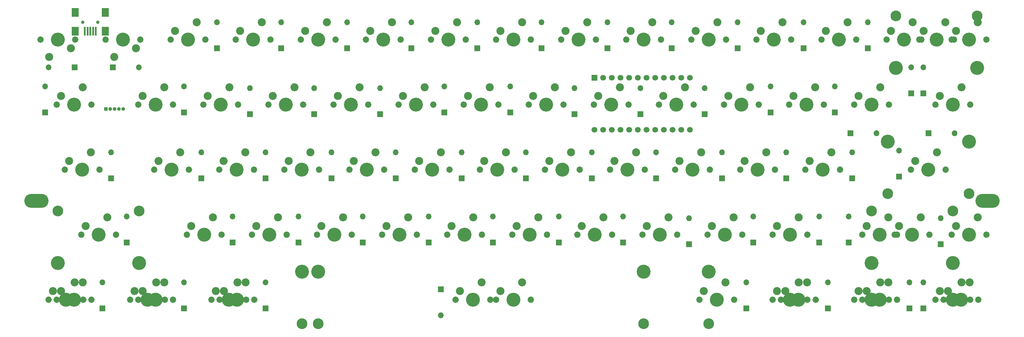
<source format=gbs>
G04 #@! TF.GenerationSoftware,KiCad,Pcbnew,(5.1.6)-1*
G04 #@! TF.CreationDate,2021-05-30T03:28:52+07:00*
G04 #@! TF.ProjectId,LK60 v2,4c4b3630-2076-4322-9e6b-696361645f70,rev?*
G04 #@! TF.SameCoordinates,Original*
G04 #@! TF.FileFunction,Soldermask,Bot*
G04 #@! TF.FilePolarity,Negative*
%FSLAX46Y46*%
G04 Gerber Fmt 4.6, Leading zero omitted, Abs format (unit mm)*
G04 Created by KiCad (PCBNEW (5.1.6)-1) date 2021-05-30 03:28:52*
%MOMM*%
%LPD*%
G01*
G04 APERTURE LIST*
%ADD10O,7.100000X4.100000*%
%ADD11O,1.100000X1.100000*%
%ADD12R,1.100000X1.100000*%
%ADD13C,1.000000*%
%ADD14R,0.600000X2.600000*%
%ADD15R,2.100000X2.600000*%
%ADD16C,1.700000*%
%ADD17R,1.700000X1.700000*%
%ADD18C,2.350000*%
%ADD19C,4.087800*%
%ADD20C,1.850000*%
%ADD21C,3.148000*%
%ADD22O,1.700000X1.700000*%
G04 APERTURE END LIST*
D10*
G04 #@! TO.C,REF\u002A\u002A*
X284480000Y45212000D03*
G04 #@! TD*
G04 #@! TO.C,REF\u002A\u002A*
X6096000Y45212000D03*
G04 #@! TD*
D11*
G04 #@! TO.C,Pin_header1*
X31496000Y72136000D03*
X30226000Y72136000D03*
X28956000Y72136000D03*
X27686000Y72136000D03*
D12*
X26416000Y72136000D03*
G04 #@! TD*
D13*
G04 #@! TO.C,J1*
X24044000Y97536000D03*
X19644000Y97536000D03*
D14*
X23444000Y94936000D03*
X22644000Y94936000D03*
X21844000Y94936000D03*
X21044000Y94936000D03*
X20244000Y94936000D03*
D15*
X26244000Y94936000D03*
X17444000Y94936000D03*
X26244000Y100436000D03*
X17444000Y100436000D03*
G04 #@! TD*
D16*
G04 #@! TO.C,U1*
X169418000Y66040000D03*
X171958000Y66040000D03*
X174498000Y66040000D03*
X177038000Y66040000D03*
X179578000Y66040000D03*
X182118000Y66040000D03*
X184658000Y66040000D03*
X187198000Y66040000D03*
X189738000Y66040000D03*
X192278000Y66040000D03*
X194818000Y66040000D03*
X197358000Y66040000D03*
X197358000Y81280000D03*
X194818000Y81280000D03*
X192278000Y81280000D03*
X189738000Y81280000D03*
X187198000Y81280000D03*
X184658000Y81280000D03*
X182118000Y81280000D03*
X179578000Y81280000D03*
X177038000Y81280000D03*
X174498000Y81280000D03*
X171958000Y81280000D03*
D17*
X169418000Y81280000D03*
G04 #@! TD*
D18*
G04 #@! TO.C,KeyMod2*
X255399000Y21336000D03*
D19*
X252859000Y16256000D03*
D18*
X249049000Y18796000D03*
D20*
X247779000Y16256000D03*
X257939000Y16256000D03*
G04 #@! TD*
D18*
G04 #@! TO.C,KeyMod1*
X281591000Y40387000D03*
D19*
X279051000Y35307000D03*
D18*
X275241000Y37847000D03*
D20*
X273971000Y35307000D03*
X284131000Y35307000D03*
G04 #@! TD*
D18*
G04 #@! TO.C,KeyZ1*
X57752000Y40387000D03*
D19*
X55212000Y35307000D03*
D18*
X51402000Y37847000D03*
D20*
X50132000Y35307000D03*
X60292000Y35307000D03*
G04 #@! TD*
D18*
G04 #@! TO.C,KeyY1*
X138715000Y78488000D03*
D19*
X136175000Y73408000D03*
D18*
X132365000Y75948000D03*
D20*
X131095000Y73408000D03*
X141255000Y73408000D03*
G04 #@! TD*
D18*
G04 #@! TO.C,KeyX1*
X76802000Y40387000D03*
D19*
X74262000Y35307000D03*
D18*
X70452000Y37847000D03*
D20*
X69182000Y35307000D03*
X79342000Y35307000D03*
G04 #@! TD*
D18*
G04 #@! TO.C,KeyWin1U1*
X43464000Y21336000D03*
D19*
X40924000Y16256000D03*
D18*
X37114000Y18796000D03*
D20*
X35844000Y16256000D03*
X46004000Y16256000D03*
G04 #@! TD*
D18*
G04 #@! TO.C,KeyWin1*
X41086000Y21336000D03*
D19*
X38546000Y16256000D03*
D18*
X34736000Y18796000D03*
D20*
X33466000Y16256000D03*
X43626000Y16256000D03*
G04 #@! TD*
D18*
G04 #@! TO.C,KeyWave1*
X262540000Y97536000D03*
D19*
X260000000Y92456000D03*
D18*
X256190000Y94996000D03*
D20*
X254920000Y92456000D03*
X265080000Y92456000D03*
G04 #@! TD*
D18*
G04 #@! TO.C,KeyW1*
X62515000Y78488000D03*
D19*
X59975000Y73408000D03*
D18*
X56165000Y75948000D03*
D20*
X54895000Y73408000D03*
X65055000Y73408000D03*
G04 #@! TD*
D18*
G04 #@! TO.C,KeyV1*
X114902000Y40387000D03*
D19*
X112362000Y35307000D03*
D18*
X108552000Y37847000D03*
D20*
X107282000Y35307000D03*
X117442000Y35307000D03*
G04 #@! TD*
D18*
G04 #@! TO.C,KeyU1*
X157765000Y78488000D03*
D19*
X155225000Y73408000D03*
D18*
X151415000Y75948000D03*
D20*
X150145000Y73408000D03*
X160305000Y73408000D03*
G04 #@! TD*
D18*
G04 #@! TO.C,KeyTitikdua1*
X219668000Y59436000D03*
D19*
X217128000Y54356000D03*
D18*
X213318000Y56896000D03*
D20*
X212048000Y54356000D03*
X222208000Y54356000D03*
G04 #@! TD*
D18*
G04 #@! TO.C,KeyTitik1*
X210153000Y40387000D03*
D19*
X207613000Y35307000D03*
D18*
X203803000Y37847000D03*
D20*
X202533000Y35307000D03*
X212693000Y35307000D03*
G04 #@! TD*
D18*
G04 #@! TO.C,KeyTanya1*
X229203000Y40387000D03*
D19*
X226663000Y35307000D03*
D18*
X222853000Y37847000D03*
D20*
X221583000Y35307000D03*
X231743000Y35307000D03*
G04 #@! TD*
D18*
G04 #@! TO.C,KeyTab1*
X19652000Y78488000D03*
D19*
X17112000Y73408000D03*
D18*
X13302000Y75948000D03*
D20*
X12032000Y73408000D03*
X22192000Y73408000D03*
G04 #@! TD*
D18*
G04 #@! TO.C,KeyT1*
X119665000Y78488000D03*
D19*
X117125000Y73408000D03*
D18*
X113315000Y75948000D03*
D20*
X112045000Y73408000D03*
X122205000Y73408000D03*
G04 #@! TD*
D18*
G04 #@! TO.C,KeySpace7U1*
X148240000Y21336000D03*
D19*
X145700000Y16256000D03*
D18*
X141890000Y18796000D03*
D20*
X140620000Y16256000D03*
X150780000Y16256000D03*
D21*
X88550000Y9271000D03*
X202850000Y9271000D03*
D19*
X88550000Y24511000D03*
X202850000Y24511000D03*
G04 #@! TD*
D18*
G04 #@! TO.C,KeySpace6.25*
X136336000Y21336000D03*
D19*
X133796000Y16256000D03*
D18*
X129986000Y18796000D03*
D20*
X128716000Y16256000D03*
X138876000Y16256000D03*
D21*
X83796100Y9271000D03*
X183795900Y9271000D03*
D19*
X83796100Y24511000D03*
X183795900Y24511000D03*
G04 #@! TD*
D18*
G04 #@! TO.C,KeyS1*
X67236000Y59436000D03*
D19*
X64696000Y54356000D03*
D18*
X60886000Y56896000D03*
D20*
X59616000Y54356000D03*
X69776000Y54356000D03*
G04 #@! TD*
D18*
G04 #@! TO.C,KeyRShift2.75U1*
X264922000Y40387000D03*
D19*
X262382000Y35307000D03*
D18*
X258572000Y37847000D03*
D20*
X257302000Y35307000D03*
X267462000Y35307000D03*
D21*
X250475750Y42292000D03*
X274288250Y42292000D03*
D19*
X250475750Y27052000D03*
X274288250Y27052000D03*
G04 #@! TD*
D18*
G04 #@! TO.C,KeyRShift1*
X255397000Y40387000D03*
D19*
X252857000Y35307000D03*
D18*
X249047000Y37847000D03*
D20*
X247777000Y35307000D03*
X257937000Y35307000D03*
G04 #@! TD*
D18*
G04 #@! TO.C,KeyRCtrl1.5U1*
X276830000Y21336000D03*
D19*
X274290000Y16256000D03*
D18*
X270480000Y18796000D03*
D20*
X269210000Y16256000D03*
X279370000Y16256000D03*
G04 #@! TD*
D18*
G04 #@! TO.C,KeyRCtrl1*
X279211000Y21336000D03*
D19*
X276671000Y16256000D03*
D18*
X272861000Y18796000D03*
D20*
X271591000Y16256000D03*
X281751000Y16256000D03*
G04 #@! TD*
D18*
G04 #@! TO.C,KeyRAlt1.5U1*
X229201000Y21336000D03*
D19*
X226661000Y16256000D03*
D18*
X222851000Y18796000D03*
D20*
X221581000Y16256000D03*
X231741000Y16256000D03*
G04 #@! TD*
D18*
G04 #@! TO.C,KeyRAlt1*
X207772000Y21336000D03*
D19*
X205232000Y16256000D03*
D18*
X201422000Y18796000D03*
D20*
X200152000Y16256000D03*
X210312000Y16256000D03*
G04 #@! TD*
D18*
G04 #@! TO.C,KeyR]1*
X253020000Y78488000D03*
D19*
X250480000Y73408000D03*
D18*
X246670000Y75948000D03*
D20*
X245400000Y73408000D03*
X255560000Y73408000D03*
G04 #@! TD*
D18*
G04 #@! TO.C,KeyR1*
X100615000Y78488000D03*
D19*
X98075000Y73408000D03*
D18*
X94265000Y75948000D03*
D20*
X92995000Y73408000D03*
X103155000Y73408000D03*
G04 #@! TD*
D18*
G04 #@! TO.C,KeyQ1*
X43465000Y78488000D03*
D19*
X40925000Y73408000D03*
D18*
X37115000Y75948000D03*
D20*
X35845000Y73408000D03*
X46005000Y73408000D03*
G04 #@! TD*
D18*
G04 #@! TO.C,KeyPlus1*
X243490000Y97536000D03*
D19*
X240950000Y92456000D03*
D18*
X237140000Y94996000D03*
D20*
X235870000Y92456000D03*
X246030000Y92456000D03*
G04 #@! TD*
D18*
G04 #@! TO.C,KeyPetik1*
X238722000Y59436000D03*
D19*
X236182000Y54356000D03*
D18*
X232372000Y56896000D03*
D20*
X231102000Y54356000D03*
X241262000Y54356000D03*
G04 #@! TD*
D18*
G04 #@! TO.C,KeyP1*
X214919000Y78488000D03*
D19*
X212379000Y73408000D03*
D18*
X208569000Y75948000D03*
D20*
X207299000Y73408000D03*
X217459000Y73408000D03*
G04 #@! TD*
D18*
G04 #@! TO.C,KeyO1*
X195869000Y78488000D03*
D19*
X193329000Y73408000D03*
D18*
X189519000Y75948000D03*
D20*
X188249000Y73408000D03*
X198409000Y73408000D03*
G04 #@! TD*
D18*
G04 #@! TO.C,KeyNo9*
X186340000Y97536000D03*
D19*
X183800000Y92456000D03*
D18*
X179990000Y94996000D03*
D20*
X178720000Y92456000D03*
X188880000Y92456000D03*
G04 #@! TD*
D18*
G04 #@! TO.C,KeyNo8*
X167290000Y97536000D03*
D19*
X164750000Y92456000D03*
D18*
X160940000Y94996000D03*
D20*
X159670000Y92456000D03*
X169830000Y92456000D03*
G04 #@! TD*
D18*
G04 #@! TO.C,KeyNo7*
X148240000Y97536000D03*
D19*
X145700000Y92456000D03*
D18*
X141890000Y94996000D03*
D20*
X140620000Y92456000D03*
X150780000Y92456000D03*
G04 #@! TD*
D18*
G04 #@! TO.C,KeyNo6*
X129190000Y97536000D03*
D19*
X126650000Y92456000D03*
D18*
X122840000Y94996000D03*
D20*
X121570000Y92456000D03*
X131730000Y92456000D03*
G04 #@! TD*
D18*
G04 #@! TO.C,KeyNo5*
X110140000Y97536000D03*
D19*
X107600000Y92456000D03*
D18*
X103790000Y94996000D03*
D20*
X102520000Y92456000D03*
X112680000Y92456000D03*
G04 #@! TD*
D18*
G04 #@! TO.C,KeyNo4*
X91090000Y97536000D03*
D19*
X88550000Y92456000D03*
D18*
X84740000Y94996000D03*
D20*
X83470000Y92456000D03*
X93630000Y92456000D03*
G04 #@! TD*
D18*
G04 #@! TO.C,KeyNo3*
X72040000Y97536000D03*
D19*
X69500000Y92456000D03*
D18*
X65690000Y94996000D03*
D20*
X64420000Y92456000D03*
X74580000Y92456000D03*
G04 #@! TD*
D18*
G04 #@! TO.C,KeyNo2*
X52990000Y97536000D03*
D19*
X50450000Y92456000D03*
D18*
X46640000Y94996000D03*
D20*
X45370000Y92456000D03*
X55530000Y92456000D03*
G04 #@! TD*
D18*
G04 #@! TO.C,KeyNo1*
X28860000Y87376000D03*
D19*
X31400000Y92456000D03*
D18*
X35210000Y89916000D03*
D20*
X36480000Y92456000D03*
X26320000Y92456000D03*
G04 #@! TD*
D18*
G04 #@! TO.C,KeyNo0*
X205390000Y97536000D03*
D19*
X202850000Y92456000D03*
D18*
X199040000Y94996000D03*
D20*
X197770000Y92456000D03*
X207930000Y92456000D03*
G04 #@! TD*
D18*
G04 #@! TO.C,KeyN1*
X153003000Y40387000D03*
D19*
X150463000Y35307000D03*
D18*
X146653000Y37847000D03*
D20*
X145383000Y35307000D03*
X155543000Y35307000D03*
G04 #@! TD*
D18*
G04 #@! TO.C,KeyMinus1*
X224440000Y97536000D03*
D19*
X221900000Y92456000D03*
D18*
X218090000Y94996000D03*
D20*
X216820000Y92456000D03*
X226980000Y92456000D03*
G04 #@! TD*
D18*
G04 #@! TO.C,KeyMenu1U1*
X253016000Y21336000D03*
D19*
X250476000Y16256000D03*
D18*
X246666000Y18796000D03*
D20*
X245396000Y16256000D03*
X255556000Y16256000D03*
G04 #@! TD*
D18*
G04 #@! TO.C,KeyMenu1*
X231586000Y21336000D03*
D19*
X229046000Y16256000D03*
D18*
X225236000Y18796000D03*
D20*
X223966000Y16256000D03*
X234126000Y16256000D03*
G04 #@! TD*
D18*
G04 #@! TO.C,KeyM1*
X172053000Y40387000D03*
D19*
X169513000Y35307000D03*
D18*
X165703000Y37847000D03*
D20*
X164433000Y35307000D03*
X174593000Y35307000D03*
G04 #@! TD*
D18*
G04 #@! TO.C,KeyLShift1*
X26796000Y40387000D03*
D19*
X24256000Y35307000D03*
D18*
X20446000Y37847000D03*
D20*
X19176000Y35307000D03*
X29336000Y35307000D03*
D21*
X12349750Y42292000D03*
X36162250Y42292000D03*
D19*
X12349750Y27052000D03*
X36162250Y27052000D03*
G04 #@! TD*
D18*
G04 #@! TO.C,KeyLCtrl1.5U1*
X19652500Y21336000D03*
D19*
X17112500Y16256000D03*
D18*
X13302500Y18796000D03*
D20*
X12032500Y16256000D03*
X22192500Y16256000D03*
G04 #@! TD*
D18*
G04 #@! TO.C,KeyLCtrl1*
X17272000Y21336000D03*
D19*
X14732000Y16256000D03*
D18*
X10922000Y18796000D03*
D20*
X9652000Y16256000D03*
X19812000Y16256000D03*
G04 #@! TD*
D18*
G04 #@! TO.C,KeyLAlt1U1*
X67279000Y21336000D03*
D19*
X64739000Y16256000D03*
D18*
X60929000Y18796000D03*
D20*
X59659000Y16256000D03*
X69819000Y16256000D03*
G04 #@! TD*
D18*
G04 #@! TO.C,KeyLAlt1*
X64896000Y21336000D03*
D19*
X62356000Y16256000D03*
D18*
X58546000Y18796000D03*
D20*
X57276000Y16256000D03*
X67436000Y16256000D03*
G04 #@! TD*
D18*
G04 #@! TO.C,KeyL[1*
X233970000Y78488000D03*
D19*
X231430000Y73408000D03*
D18*
X227620000Y75948000D03*
D20*
X226350000Y73408000D03*
X236510000Y73408000D03*
G04 #@! TD*
D18*
G04 #@! TO.C,KeyL1*
X200614000Y59436000D03*
D19*
X198074000Y54356000D03*
D18*
X194264000Y56896000D03*
D20*
X192994000Y54356000D03*
X203154000Y54356000D03*
G04 #@! TD*
D18*
G04 #@! TO.C,KeyKoma1*
X191103000Y40387000D03*
D19*
X188563000Y35307000D03*
D18*
X184753000Y37847000D03*
D20*
X183483000Y35307000D03*
X193643000Y35307000D03*
G04 #@! TD*
D18*
G04 #@! TO.C,KeyK1*
X181560000Y59436000D03*
D19*
X179020000Y54356000D03*
D18*
X175210000Y56896000D03*
D20*
X173940000Y54356000D03*
X184100000Y54356000D03*
G04 #@! TD*
D18*
G04 #@! TO.C,KeyJ1*
X162506000Y59436000D03*
D19*
X159966000Y54356000D03*
D18*
X156156000Y56896000D03*
D20*
X154886000Y54356000D03*
X165046000Y54356000D03*
G04 #@! TD*
D18*
G04 #@! TO.C,KeyI1*
X176819000Y78488000D03*
D19*
X174279000Y73408000D03*
D18*
X170469000Y75948000D03*
D20*
X169199000Y73408000D03*
X179359000Y73408000D03*
G04 #@! TD*
D18*
G04 #@! TO.C,KeyH1*
X143452000Y59436000D03*
D19*
X140912000Y54356000D03*
D18*
X137102000Y56896000D03*
D20*
X135832000Y54356000D03*
X145992000Y54356000D03*
G04 #@! TD*
D18*
G04 #@! TO.C,KeyG1*
X124398000Y59436000D03*
D19*
X121858000Y54356000D03*
D18*
X118048000Y56896000D03*
D20*
X116778000Y54356000D03*
X126938000Y54356000D03*
G04 #@! TD*
D18*
G04 #@! TO.C,KeyF1*
X105344000Y59436000D03*
D19*
X102804000Y54356000D03*
D18*
X98994000Y56896000D03*
D20*
X97724000Y54356000D03*
X107884000Y54356000D03*
G04 #@! TD*
D18*
G04 #@! TO.C,KeyEsc1*
X9810000Y87376000D03*
D19*
X12350000Y92456000D03*
D18*
X16160000Y89916000D03*
D20*
X17430000Y92456000D03*
X7270000Y92456000D03*
G04 #@! TD*
D18*
G04 #@! TO.C,KeyEnter1*
X269679000Y59436000D03*
D19*
X267139000Y54356000D03*
D18*
X263329000Y56896000D03*
D20*
X262059000Y54356000D03*
X272219000Y54356000D03*
D21*
X255232750Y47371000D03*
X279045250Y47371000D03*
D19*
X255232750Y62611000D03*
X279045250Y62611000D03*
G04 #@! TD*
D18*
G04 #@! TO.C,KeyE1*
X81565000Y78488000D03*
D19*
X79025000Y73408000D03*
D18*
X75215000Y75948000D03*
D20*
X73945000Y73408000D03*
X84105000Y73408000D03*
G04 #@! TD*
D18*
G04 #@! TO.C,KeyDBackslas1*
X276833000Y78488000D03*
D19*
X274293000Y73408000D03*
D18*
X270483000Y75948000D03*
D20*
X269213000Y73408000D03*
X279373000Y73408000D03*
G04 #@! TD*
D18*
G04 #@! TO.C,KeyD1*
X86290000Y59436000D03*
D19*
X83750000Y54356000D03*
D18*
X79940000Y56896000D03*
D20*
X78670000Y54356000D03*
X88830000Y54356000D03*
G04 #@! TD*
D18*
G04 #@! TO.C,KeyCaps1*
X22033750Y59436000D03*
D19*
X19493750Y54356000D03*
D18*
X15683750Y56896000D03*
D20*
X14413750Y54356000D03*
X24573750Y54356000D03*
G04 #@! TD*
D18*
G04 #@! TO.C,KeyC1*
X95852000Y40387000D03*
D19*
X93312000Y35307000D03*
D18*
X89502000Y37847000D03*
D20*
X88232000Y35307000D03*
X98392000Y35307000D03*
G04 #@! TD*
D18*
G04 #@! TO.C,KeyBS1*
X272064000Y97536000D03*
D19*
X269524000Y92456000D03*
D18*
X265714000Y94996000D03*
D20*
X264444000Y92456000D03*
X274604000Y92456000D03*
D21*
X257617750Y99441000D03*
X281430250Y99441000D03*
D19*
X257617750Y84201000D03*
X281430250Y84201000D03*
G04 #@! TD*
D18*
G04 #@! TO.C,KeyBackSlash1*
X281590000Y97536000D03*
D19*
X279050000Y92456000D03*
D18*
X275240000Y94996000D03*
D20*
X273970000Y92456000D03*
X284130000Y92456000D03*
G04 #@! TD*
D18*
G04 #@! TO.C,KeyB1*
X133952000Y40387000D03*
D19*
X131412000Y35307000D03*
D18*
X127602000Y37847000D03*
D20*
X126332000Y35307000D03*
X136492000Y35307000D03*
G04 #@! TD*
D18*
G04 #@! TO.C,KeyA1*
X48185000Y59436000D03*
D19*
X45645000Y54356000D03*
D18*
X41835000Y56896000D03*
D20*
X40565000Y54356000D03*
X50725000Y54356000D03*
G04 #@! TD*
D22*
G04 #@! TO.C,D63*
X265684000Y21336000D03*
D17*
X265684000Y13716000D03*
G04 #@! TD*
D22*
G04 #@! TO.C,D62*
X261620000Y21336000D03*
D17*
X261620000Y13716000D03*
G04 #@! TD*
D22*
G04 #@! TO.C,D61*
X237744000Y21336000D03*
D17*
X237744000Y13716000D03*
G04 #@! TD*
D22*
G04 #@! TO.C,D60*
X213868000Y21336000D03*
D17*
X213868000Y13716000D03*
G04 #@! TD*
D22*
G04 #@! TO.C,D59*
X124460000Y11684000D03*
D17*
X124460000Y19304000D03*
G04 #@! TD*
D22*
G04 #@! TO.C,D58*
X73152000Y21336000D03*
D17*
X73152000Y13716000D03*
G04 #@! TD*
D22*
G04 #@! TO.C,D57*
X49276000Y21336000D03*
D17*
X49276000Y13716000D03*
G04 #@! TD*
D22*
G04 #@! TO.C,D56*
X25400000Y21336000D03*
D17*
X25400000Y13716000D03*
G04 #@! TD*
D22*
G04 #@! TO.C,D55*
X270764000Y40132000D03*
D17*
X270764000Y32512000D03*
G04 #@! TD*
D22*
G04 #@! TO.C,D54*
X243840000Y40640000D03*
D17*
X243840000Y33020000D03*
G04 #@! TD*
D22*
G04 #@! TO.C,D53*
X235204000Y40640000D03*
D17*
X235204000Y33020000D03*
G04 #@! TD*
D22*
G04 #@! TO.C,D52*
X215900000Y40640000D03*
D17*
X215900000Y33020000D03*
G04 #@! TD*
D22*
G04 #@! TO.C,D51*
X197104000Y40132000D03*
D17*
X197104000Y32512000D03*
G04 #@! TD*
D22*
G04 #@! TO.C,D50*
X177800000Y40640000D03*
D17*
X177800000Y33020000D03*
G04 #@! TD*
D22*
G04 #@! TO.C,D49*
X159004000Y40640000D03*
D17*
X159004000Y33020000D03*
G04 #@! TD*
D22*
G04 #@! TO.C,D48*
X139700000Y40640000D03*
D17*
X139700000Y33020000D03*
G04 #@! TD*
D22*
G04 #@! TO.C,D47*
X120904000Y40640000D03*
D17*
X120904000Y33020000D03*
G04 #@! TD*
D22*
G04 #@! TO.C,D46*
X101600000Y40640000D03*
D17*
X101600000Y33020000D03*
G04 #@! TD*
D22*
G04 #@! TO.C,D45*
X82804000Y40640000D03*
D17*
X82804000Y33020000D03*
G04 #@! TD*
D22*
G04 #@! TO.C,D44*
X63500000Y40640000D03*
D17*
X63500000Y33020000D03*
G04 #@! TD*
D22*
G04 #@! TO.C,D43*
X32512000Y40640000D03*
D17*
X32512000Y33020000D03*
G04 #@! TD*
D22*
G04 #@! TO.C,D42*
X258572000Y59944000D03*
D17*
X258572000Y52324000D03*
G04 #@! TD*
D22*
G04 #@! TO.C,D41*
X244856000Y59436000D03*
D17*
X244856000Y51816000D03*
G04 #@! TD*
D22*
G04 #@! TO.C,D40*
X225552000Y59436000D03*
D17*
X225552000Y51816000D03*
G04 #@! TD*
D22*
G04 #@! TO.C,D39*
X206756000Y59436000D03*
D17*
X206756000Y51816000D03*
G04 #@! TD*
D22*
G04 #@! TO.C,D38*
X187452000Y59436000D03*
D17*
X187452000Y51816000D03*
G04 #@! TD*
D22*
G04 #@! TO.C,D37*
X168656000Y59436000D03*
D17*
X168656000Y51816000D03*
G04 #@! TD*
D22*
G04 #@! TO.C,D36*
X149352000Y59436000D03*
D17*
X149352000Y51816000D03*
G04 #@! TD*
D22*
G04 #@! TO.C,D35*
X130556000Y59436000D03*
D17*
X130556000Y51816000D03*
G04 #@! TD*
D22*
G04 #@! TO.C,D34*
X111252000Y59436000D03*
D17*
X111252000Y51816000D03*
G04 #@! TD*
D22*
G04 #@! TO.C,D33*
X92456000Y59436000D03*
D17*
X92456000Y51816000D03*
G04 #@! TD*
D22*
G04 #@! TO.C,D32*
X73152000Y59436000D03*
D17*
X73152000Y51816000D03*
G04 #@! TD*
D22*
G04 #@! TO.C,D31*
X54356000Y59436000D03*
D17*
X54356000Y51816000D03*
G04 #@! TD*
D22*
G04 #@! TO.C,D30*
X27940000Y59436000D03*
D17*
X27940000Y51816000D03*
G04 #@! TD*
D22*
G04 #@! TO.C,D29*
X274828000Y65024000D03*
D17*
X267208000Y65024000D03*
G04 #@! TD*
D22*
G04 #@! TO.C,D28*
X251968000Y65024000D03*
D17*
X244348000Y65024000D03*
G04 #@! TD*
D22*
G04 #@! TO.C,D27*
X239776000Y78740000D03*
D17*
X239776000Y71120000D03*
G04 #@! TD*
D22*
G04 #@! TO.C,D26*
X220980000Y78740000D03*
D17*
X220980000Y71120000D03*
G04 #@! TD*
D22*
G04 #@! TO.C,D25*
X201676000Y78232000D03*
D17*
X201676000Y70612000D03*
G04 #@! TD*
D22*
G04 #@! TO.C,D24*
X182880000Y78232000D03*
D17*
X182880000Y70612000D03*
G04 #@! TD*
D22*
G04 #@! TO.C,D23*
X163576000Y78232000D03*
D17*
X163576000Y70612000D03*
G04 #@! TD*
D22*
G04 #@! TO.C,D22*
X144780000Y78740000D03*
D17*
X144780000Y71120000D03*
G04 #@! TD*
D22*
G04 #@! TO.C,D21*
X125476000Y78740000D03*
D17*
X125476000Y71120000D03*
G04 #@! TD*
D22*
G04 #@! TO.C,D20*
X106680000Y78232000D03*
D17*
X106680000Y70612000D03*
G04 #@! TD*
D22*
G04 #@! TO.C,D19*
X87376000Y78232000D03*
D17*
X87376000Y70612000D03*
G04 #@! TD*
D22*
G04 #@! TO.C,D18*
X68580000Y78232000D03*
D17*
X68580000Y70612000D03*
G04 #@! TD*
D22*
G04 #@! TO.C,D17*
X49276000Y78740000D03*
D17*
X49276000Y71120000D03*
G04 #@! TD*
D22*
G04 #@! TO.C,D16*
X8636000Y78740000D03*
D17*
X8636000Y71120000D03*
G04 #@! TD*
D22*
G04 #@! TO.C,D15*
X265684000Y84328000D03*
D17*
X265684000Y76708000D03*
G04 #@! TD*
D22*
G04 #@! TO.C,D14*
X262128000Y84328000D03*
D17*
X262128000Y76708000D03*
G04 #@! TD*
D22*
G04 #@! TO.C,D13*
X249428000Y97536000D03*
D17*
X249428000Y89916000D03*
G04 #@! TD*
D22*
G04 #@! TO.C,D12*
X230632000Y97536000D03*
D17*
X230632000Y89916000D03*
G04 #@! TD*
D22*
G04 #@! TO.C,D11*
X211328000Y97536000D03*
D17*
X211328000Y89916000D03*
G04 #@! TD*
D22*
G04 #@! TO.C,D10*
X192024000Y97536000D03*
D17*
X192024000Y89916000D03*
G04 #@! TD*
D22*
G04 #@! TO.C,D9*
X173228000Y97536000D03*
D17*
X173228000Y89916000D03*
G04 #@! TD*
D22*
G04 #@! TO.C,D8*
X153924000Y97536000D03*
D17*
X153924000Y89916000D03*
G04 #@! TD*
D22*
G04 #@! TO.C,D7*
X135128000Y97536000D03*
D17*
X135128000Y89916000D03*
G04 #@! TD*
D22*
G04 #@! TO.C,D6*
X115824000Y97536000D03*
D17*
X115824000Y89916000D03*
G04 #@! TD*
D22*
G04 #@! TO.C,D5*
X97028000Y97536000D03*
D17*
X97028000Y89916000D03*
G04 #@! TD*
D22*
G04 #@! TO.C,D4*
X77724000Y97536000D03*
D17*
X77724000Y89916000D03*
G04 #@! TD*
D22*
G04 #@! TO.C,D3*
X58928000Y97536000D03*
D17*
X58928000Y89916000D03*
G04 #@! TD*
D22*
G04 #@! TO.C,D2*
X36068000Y84328000D03*
D17*
X28448000Y84328000D03*
G04 #@! TD*
D22*
G04 #@! TO.C,D1*
X9652000Y84328000D03*
D17*
X17272000Y84328000D03*
G04 #@! TD*
M02*

</source>
